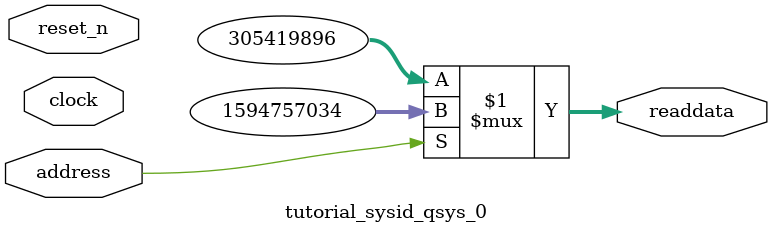
<source format=v>



// synthesis translate_off
`timescale 1ns / 1ps
// synthesis translate_on

// turn off superfluous verilog processor warnings 
// altera message_level Level1 
// altera message_off 10034 10035 10036 10037 10230 10240 10030 

module tutorial_sysid_qsys_0 (
               // inputs:
                address,
                clock,
                reset_n,

               // outputs:
                readdata
             )
;

  output  [ 31: 0] readdata;
  input            address;
  input            clock;
  input            reset_n;

  wire    [ 31: 0] readdata;
  //control_slave, which is an e_avalon_slave
  assign readdata = address ? 1594757034 : 305419896;

endmodule



</source>
